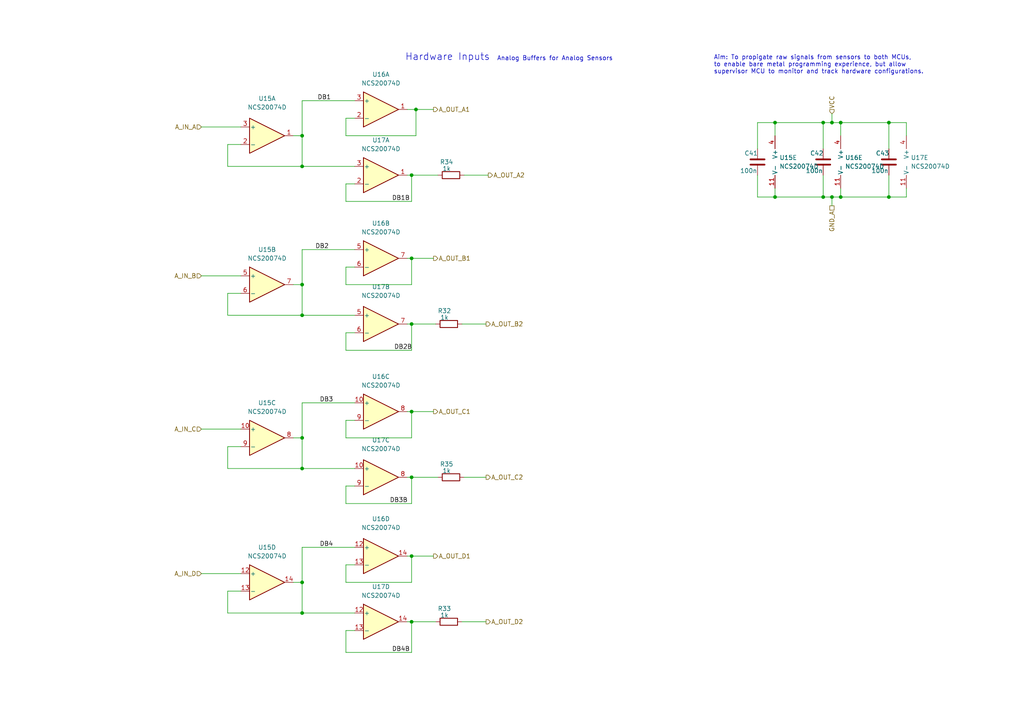
<source format=kicad_sch>
(kicad_sch (version 20230121) (generator eeschema)
  (paper "A4")
  (lib_symbols
    (symbol "000_Capacitor_Film_Immo:cap_film_0805" (pin_numbers hide) (pin_names (offset 0.254))
      (property "Reference" "C" (at 0.635 2.54 0))
      (property "Value" "cap_film_0805" (at 0.635 -2.54 0))
      (symbol "cap_film_0805_0_1"
        (polyline (pts (xy -2.032 -0.762) (xy 2.032 -0.762)) (stroke (width 0.508)))
        (polyline (pts (xy -2.032 0.762) (xy 2.032 0.762)) (stroke (width 0.508)))
      )
      (symbol "cap_film_0805_1_1"
        (pin passive line (at 0 3.81 270) (length 2.794) (name "~") (number "1"))
        (pin passive line (at 0 -3.81 90) (length 2.794) (name "~") (number "2"))
      )
    )
    (symbol "000_Resistors_Immo:Resistor_0805" (pin_numbers hide) (pin_names (offset 0))
      (property "Reference" "R?" (at -2.54 3.81 0))
      (property "Value" "Resistor_0805" (at -5.08 2.54 0))
      (symbol "Resistor_0805_0_1"
        (rectangle (start 2.54 -1.016) (end -2.54 1.016) (stroke (width 0.254)))
      )
      (symbol "Resistor_0805_1_1"
        (pin passive line (at -3.81 0 0) (length 1.27) (name "~") (number "1"))
        (pin passive line (at 3.81 0 180) (length 1.27) (name "~") (number "2"))
      )
    )
    (symbol "Amplifier_Operational:NCS20074D" (pin_names (offset 0.127))
      (property "Reference" "U" (at 2.54 6.35 0))
      (property "Value" "NCS20074D" (at 2.54 3.81 0))
      (symbol "NCS20074D_1_1"
        (polyline (pts (xy 5.08 0) (xy -5.08 5.08) (xy -5.08 -5.08) (xy 5.08 0)) (stroke (width 0.254)) (fill (type background)))
        (pin output line (at 7.62 0 180) (length 2.54) (name "~") (number "1"))
        (pin input line (at -7.62 -2.54 0) (length 2.54) (name "-") (number "2"))
        (pin input line (at -7.62 2.54 0) (length 2.54) (name "+") (number "3"))
      )
      (symbol "NCS20074D_2_1"
        (polyline (pts (xy -5.08 5.08) (xy -5.08 -5.08) (xy 5.08 0) (xy -5.08 5.08)) (stroke (width 0.254)) (fill (type background)))
        (pin input line (at -7.62 2.54 0) (length 2.54) (name "+") (number "5"))
        (pin input line (at -7.62 -2.54 0) (length 2.54) (name "-") (number "6"))
        (pin output line (at 7.62 0 180) (length 2.54) (name "~") (number "7"))
      )
      (symbol "NCS20074D_3_1"
        (polyline (pts (xy 5.08 0) (xy -5.08 5.08) (xy -5.08 -5.08) (xy 5.08 0)) (stroke (width 0.254)) (fill (type background)))
        (pin input line (at -7.62 2.54 0) (length 2.54) (name "+") (number "10"))
        (pin output line (at 7.62 0 180) (length 2.54) (name "~") (number "8"))
        (pin input line (at -7.62 -2.54 0) (length 2.54) (name "-") (number "9"))
      )
      (symbol "NCS20074D_4_1"
        (polyline (pts (xy -5.08 5.08) (xy 5.08 0) (xy -5.08 -5.08) (xy -5.08 5.08)) (stroke (width 0.254)) (fill (type background)))
        (pin input line (at -7.62 2.54 0) (length 2.54) (name "+") (number "12"))
        (pin input line (at -7.62 -2.54 0) (length 2.54) (name "-") (number "13"))
        (pin output line (at 7.62 0 180) (length 2.54) (name "~") (number "14"))
      )
      (symbol "NCS20074D_5_1"
        (pin power_in line (at 0 -7.62 90) (length 3.81) (name "V-") (number "11"))
        (pin power_in line (at 0 7.62 270) (length 3.81) (name "V+") (number "4"))
      )
    )
  )
  (junction (at 119.38 161.29))
  (junction (at 87.63 82.55))
  (junction (at 243.84 57.15))
  (junction (at 119.38 180.34))
  (junction (at 119.38 50.8))
  (junction (at 119.38 93.98))
  (junction (at 87.63 39.37))
  (junction (at 119.38 119.38))
  (junction (at 238.76 35.56))
  (junction (at 257.81 35.56))
  (junction (at 257.81 57.15))
  (junction (at 119.38 74.93))
  (junction (at 87.63 48.26))
  (junction (at 87.63 168.91))
  (junction (at 224.79 57.15))
  (junction (at 224.79 35.56))
  (junction (at 120.65 31.75))
  (junction (at 241.3 35.56))
  (junction (at 238.76 57.15))
  (junction (at 87.63 127))
  (junction (at 87.63 177.8))
  (junction (at 243.84 35.56))
  (junction (at 87.63 91.44))
  (junction (at 87.63 135.89))
  (junction (at 241.3 57.15))
  (junction (at 119.38 138.43))
  (wire (pts (xy 87.63 48.26) (xy 102.87 48.26)))
  (wire (pts (xy 257.81 35.56) (xy 257.81 43.18)))
  (wire (pts (xy 100.33 163.83) (xy 100.33 168.91)))
  (wire (pts (xy 87.63 158.75) (xy 102.87 158.75)))
  (wire (pts (xy 120.65 31.75) (xy 118.11 31.75)))
  (wire (pts (xy 119.38 101.6) (xy 119.38 93.98)))
  (wire (pts (xy 87.63 168.91) (xy 87.63 158.75)))
  (wire (pts (xy 58.42 166.37) (xy 69.85 166.37)))
  (wire (pts (xy 120.65 39.37) (xy 120.65 31.75)))
  (wire (pts (xy 100.33 77.47) (xy 100.33 82.55)))
  (wire (pts (xy 119.38 93.98) (xy 118.11 93.98)))
  (wire (pts (xy 119.38 74.93) (xy 125.73 74.93)))
  (wire (pts (xy 238.76 35.56) (xy 238.76 43.18)))
  (wire (pts (xy 219.71 35.56) (xy 219.71 43.18)))
  (wire (pts (xy 87.63 29.21) (xy 102.87 29.21)))
  (wire (pts (xy 118.11 180.34) (xy 119.38 180.34)))
  (wire (pts (xy 243.84 35.56) (xy 257.81 35.56)))
  (wire (pts (xy 87.63 39.37) (xy 87.63 48.26)))
  (wire (pts (xy 118.11 74.93) (xy 119.38 74.93)))
  (wire (pts (xy 238.76 57.15) (xy 241.3 57.15)))
  (wire (pts (xy 119.38 168.91) (xy 119.38 161.29)))
  (wire (pts (xy 87.63 72.39) (xy 102.87 72.39)))
  (wire (pts (xy 100.33 34.29) (xy 100.33 39.37)))
  (wire (pts (xy 66.04 41.91) (xy 66.04 48.26)))
  (wire (pts (xy 85.09 39.37) (xy 87.63 39.37)))
  (wire (pts (xy 134.62 50.8) (xy 141.605 50.8)))
  (wire (pts (xy 262.89 54.61) (xy 262.89 57.15)))
  (wire (pts (xy 102.87 163.83) (xy 100.33 163.83)))
  (wire (pts (xy 119.38 161.29) (xy 125.73 161.29)))
  (wire (pts (xy 66.04 135.89) (xy 87.63 135.89)))
  (wire (pts (xy 224.79 57.15) (xy 219.71 57.15)))
  (wire (pts (xy 224.79 35.56) (xy 219.71 35.56)))
  (wire (pts (xy 85.09 82.55) (xy 87.63 82.55)))
  (wire (pts (xy 118.11 161.29) (xy 119.38 161.29)))
  (wire (pts (xy 69.85 171.45) (xy 66.04 171.45)))
  (wire (pts (xy 224.79 35.56) (xy 224.79 39.37)))
  (wire (pts (xy 100.33 140.97) (xy 100.33 146.05)))
  (wire (pts (xy 119.38 119.38) (xy 118.11 119.38)))
  (wire (pts (xy 100.33 121.92) (xy 100.33 127)))
  (wire (pts (xy 134.62 138.43) (xy 140.97 138.43)))
  (wire (pts (xy 100.33 140.97) (xy 102.87 140.97)))
  (wire (pts (xy 69.85 85.09) (xy 66.04 85.09)))
  (wire (pts (xy 224.79 35.56) (xy 238.76 35.56)))
  (wire (pts (xy 119.38 82.55) (xy 119.38 74.93)))
  (wire (pts (xy 100.33 189.23) (xy 119.38 189.23)))
  (wire (pts (xy 133.985 180.34) (xy 140.97 180.34)))
  (wire (pts (xy 257.81 35.56) (xy 262.89 35.56)))
  (wire (pts (xy 238.76 50.8) (xy 238.76 57.15)))
  (wire (pts (xy 102.87 77.47) (xy 100.33 77.47)))
  (wire (pts (xy 120.65 31.75) (xy 125.73 31.75)))
  (wire (pts (xy 87.63 91.44) (xy 87.63 82.55)))
  (wire (pts (xy 87.63 177.8) (xy 102.87 177.8)))
  (wire (pts (xy 66.04 85.09) (xy 66.04 91.44)))
  (wire (pts (xy 85.09 127) (xy 87.63 127)))
  (wire (pts (xy 100.33 96.52) (xy 102.87 96.52)))
  (wire (pts (xy 66.04 129.54) (xy 66.04 135.89)))
  (wire (pts (xy 100.33 82.55) (xy 119.38 82.55)))
  (wire (pts (xy 69.85 41.91) (xy 66.04 41.91)))
  (wire (pts (xy 257.81 50.8) (xy 257.81 57.15)))
  (wire (pts (xy 241.3 57.15) (xy 241.3 59.69)))
  (wire (pts (xy 102.87 34.29) (xy 100.33 34.29)))
  (wire (pts (xy 119.38 119.38) (xy 125.73 119.38)))
  (wire (pts (xy 119.38 50.8) (xy 127 50.8)))
  (wire (pts (xy 100.33 101.6) (xy 119.38 101.6)))
  (wire (pts (xy 66.04 48.26) (xy 87.63 48.26)))
  (wire (pts (xy 241.3 35.56) (xy 238.76 35.56)))
  (wire (pts (xy 100.33 127) (xy 119.38 127)))
  (wire (pts (xy 58.42 36.83) (xy 69.85 36.83)))
  (wire (pts (xy 243.84 35.56) (xy 243.84 39.37)))
  (wire (pts (xy 100.33 146.05) (xy 119.38 146.05)))
  (wire (pts (xy 241.3 33.02) (xy 241.3 35.56)))
  (wire (pts (xy 58.42 124.46) (xy 69.85 124.46)))
  (wire (pts (xy 119.38 127) (xy 119.38 119.38)))
  (wire (pts (xy 224.79 57.15) (xy 238.76 57.15)))
  (wire (pts (xy 243.84 54.61) (xy 243.84 57.15)))
  (wire (pts (xy 87.63 116.84) (xy 102.87 116.84)))
  (wire (pts (xy 87.63 82.55) (xy 87.63 72.39)))
  (wire (pts (xy 119.38 138.43) (xy 119.38 146.05)))
  (wire (pts (xy 85.09 168.91) (xy 87.63 168.91)))
  (wire (pts (xy 119.38 93.98) (xy 126.365 93.98)))
  (wire (pts (xy 127 138.43) (xy 119.38 138.43)))
  (wire (pts (xy 102.87 53.34) (xy 100.33 53.34)))
  (wire (pts (xy 119.38 58.42) (xy 119.38 50.8)))
  (wire (pts (xy 133.985 93.98) (xy 140.97 93.98)))
  (wire (pts (xy 243.84 57.15) (xy 257.81 57.15)))
  (wire (pts (xy 100.33 53.34) (xy 100.33 58.42)))
  (wire (pts (xy 257.81 57.15) (xy 262.89 57.15)))
  (wire (pts (xy 100.33 121.92) (xy 102.87 121.92)))
  (wire (pts (xy 66.04 91.44) (xy 87.63 91.44)))
  (wire (pts (xy 100.33 168.91) (xy 119.38 168.91)))
  (wire (pts (xy 58.42 80.01) (xy 69.85 80.01)))
  (wire (pts (xy 66.04 177.8) (xy 87.63 177.8)))
  (wire (pts (xy 100.33 96.52) (xy 100.33 101.6)))
  (wire (pts (xy 87.63 29.21) (xy 87.63 39.37)))
  (wire (pts (xy 100.33 182.88) (xy 100.33 189.23)))
  (wire (pts (xy 119.38 189.23) (xy 119.38 180.34)))
  (wire (pts (xy 87.63 135.89) (xy 102.87 135.89)))
  (wire (pts (xy 87.63 168.91) (xy 87.63 177.8)))
  (wire (pts (xy 224.79 54.61) (xy 224.79 57.15)))
  (wire (pts (xy 66.04 171.45) (xy 66.04 177.8)))
  (wire (pts (xy 87.63 135.89) (xy 87.63 127)))
  (wire (pts (xy 241.3 57.15) (xy 243.84 57.15)))
  (wire (pts (xy 100.33 58.42) (xy 119.38 58.42)))
  (wire (pts (xy 243.84 35.56) (xy 241.3 35.56)))
  (wire (pts (xy 102.87 182.88) (xy 100.33 182.88)))
  (wire (pts (xy 87.63 91.44) (xy 102.87 91.44)))
  (wire (pts (xy 262.89 35.56) (xy 262.89 39.37)))
  (wire (pts (xy 118.11 138.43) (xy 119.38 138.43)))
  (wire (pts (xy 100.33 39.37) (xy 120.65 39.37)))
  (wire (pts (xy 119.38 180.34) (xy 126.365 180.34)))
  (wire (pts (xy 118.11 50.8) (xy 119.38 50.8)))
  (wire (pts (xy 66.04 129.54) (xy 69.85 129.54)))
  (wire (pts (xy 87.63 116.84) (xy 87.63 127)))
  (wire (pts (xy 219.71 50.8) (xy 219.71 57.15)))
  (text "Hardware Inputs" (at 117.475 17.78 0) (effects (font (size 2 2)) (justify left bottom)))
  (text "Analog Buffers for Analog Sensors" (at 144.145 17.78 0) (effects (font (size 1.27 1.27)) (justify left bottom)))
  (text "Aim: To propigate raw signals from sensors to both MCUs, \nto enable bare metal programming experience, but allow\nsupervisor MCU to monitor and track hardware configurations." (at 207.01 21.59 0) (effects (font (size 1.27 1.27)) (justify left bottom)))
  (label "DB1B" (at 113.665 58.42 0))
  (label "DB4" (at 92.71 158.75 0))
  (label "DB2" (at 91.44 72.39 0))
  (label "DB3" (at 92.71 116.84 0))
  (label "DB3B" (at 113.03 146.05 0))
  (label "DB2B" (at 114.3 101.6 0))
  (label "DB4B" (at 113.665 189.23 0))
  (label "DB1" (at 92.075 29.21 0))
  (hierarchical_label "VCC" (shape input) (at 241.3 33.02 90))
  (hierarchical_label "A_OUT_A2" (shape output) (at 141.605 50.8 0))
  (hierarchical_label "A_OUT_C1" (shape output) (at 125.73 119.38 0))
  (hierarchical_label "A_IN_D" (shape input) (at 58.42 166.37 180))
  (hierarchical_label "A_OUT_D2" (shape output) (at 140.97 180.34 0))
  (hierarchical_label "GND_A" (shape passive) (at 241.3 59.69 270))
  (hierarchical_label "A_OUT_B1" (shape output) (at 125.73 74.93 0))
  (hierarchical_label "A_OUT_A1" (shape output) (at 125.73 31.75 0))
  (hierarchical_label "A_IN_B" (shape input) (at 58.42 80.01 180))
  (hierarchical_label "A_IN_A" (shape input) (at 58.42 36.83 180))
  (hierarchical_label "A_IN_C" (shape input) (at 58.42 124.46 180))
  (hierarchical_label "A_OUT_D1" (shape output) (at 125.73 161.29 0))
  (hierarchical_label "A_OUT_C2" (shape output) (at 140.97 138.43 0))
  (hierarchical_label "A_OUT_B2" (shape output) (at 140.97 93.98 0))
  (symbol (lib_id "Amplifier_Operational:NCS20074D") (at 77.47 82.55 0) (unit 2)
    (property "Reference" "U15" (at 77.47 72.39 0))
    (property "Value" "NCS20074D" (at 77.47 74.93 0))
    (property "Footprint" "Package_SO:SOIC-14_3.9x8.7mm_P1.27mm" (effects hide))
    (property "Datasheet" "https://www.onsemi.com/pub/Collateral/NCS20071-D.PDF" (effects hide))
  )
  (symbol (lib_id "000_Capacitor_Film_Immo:cap_film_0805") (at 238.76 46.99 0) (unit 1)
    (property "Reference" "C42" (at 234.95 44.45 0) (effects (justify left)))
    (property "Value" "100n" (at 233.68 49.53 0) (effects (justify left)))
    (property "Footprint" "Capacitor_SMD:C_0805_2012Metric_Pad1.18x1.45mm_HandSolder" (effects hide))
  )
  (symbol (lib_id "000_Capacitor_Film_Immo:cap_film_0805") (at 219.71 46.99 0) (unit 1)
    (property "Reference" "C41" (at 215.9 44.45 0) (effects (justify left)))
    (property "Value" "100n" (at 214.63 49.53 0) (effects (justify left)))
    (property "Footprint" "Capacitor_SMD:C_0805_2012Metric_Pad1.18x1.45mm_HandSolder" (effects hide))
  )
  (symbol (lib_id "Amplifier_Operational:NCS20074D") (at 243.84 46.99 0) (unit 5)
    (property "Reference" "U16" (at 245.11 45.7199 0) (effects (justify left)))
    (property "Value" "NCS20074D" (at 245.11 48.2599 0) (effects (justify left)))
    (property "Footprint" "Package_SO:SOIC-14_3.9x8.7mm_P1.27mm" (effects hide))
    (property "Datasheet" "https://www.onsemi.com/pub/Collateral/NCS20071-D.PDF" (effects hide))
  )
  (symbol (lib_id "Amplifier_Operational:NCS20074D") (at 110.49 161.29 0) (unit 4)
    (property "Reference" "U16" (at 110.49 150.495 0))
    (property "Value" "NCS20074D" (at 110.49 153.035 0))
    (property "Footprint" "Package_SO:SOIC-14_3.9x8.7mm_P1.27mm" (effects hide))
    (property "Datasheet" "https://www.onsemi.com/pub/Collateral/NCS20071-D.PDF" (effects hide))
  )
  (symbol (lib_id "Amplifier_Operational:NCS20074D") (at 110.49 93.98 0) (unit 2)
    (property "Reference" "U17" (at 110.49 83.185 0))
    (property "Value" "NCS20074D" (at 110.49 85.725 0))
    (property "Footprint" "Package_SO:SOIC-14_3.9x8.7mm_P1.27mm" (effects hide))
    (property "Datasheet" "https://www.onsemi.com/pub/Collateral/NCS20071-D.PDF" (effects hide))
  )
  (symbol (lib_id "Amplifier_Operational:NCS20074D") (at 77.47 39.37 0) (unit 1)
    (property "Reference" "U15" (at 77.47 28.575 0))
    (property "Value" "NCS20074D" (at 77.47 31.115 0))
    (property "Footprint" "Package_SO:SOIC-14_3.9x8.7mm_P1.27mm" (effects hide))
    (property "Datasheet" "https://www.onsemi.com/pub/Collateral/NCS20071-D.PDF" (effects hide))
  )
  (symbol (lib_id "Amplifier_Operational:NCS20074D") (at 77.47 127 0) (unit 3)
    (property "Reference" "U15" (at 77.47 116.84 0))
    (property "Value" "NCS20074D" (at 77.47 119.38 0))
    (property "Footprint" "Package_SO:SOIC-14_3.9x8.7mm_P1.27mm" (effects hide))
    (property "Datasheet" "https://www.onsemi.com/pub/Collateral/NCS20071-D.PDF" (effects hide))
  )
  (symbol (lib_id "000_Resistors_Immo:Resistor_0805") (at 130.175 93.98 180) (unit 1)
    (property "Reference" "R32" (at 128.905 90.17 0))
    (property "Value" "1k" (at 128.905 92.075 0))
    (property "Footprint" "Resistor_SMD:R_0805_2012Metric_Pad1.20x1.40mm_HandSolder" (effects hide))
  )
  (symbol (lib_id "000_Resistors_Immo:Resistor_0805") (at 130.81 50.8 180) (unit 1)
    (property "Reference" "R34" (at 129.54 46.99 0))
    (property "Value" "1k" (at 129.54 48.895 0))
    (property "Footprint" "Resistor_SMD:R_0805_2012Metric_Pad1.20x1.40mm_HandSolder" (effects hide))
  )
  (symbol (lib_id "Amplifier_Operational:NCS20074D") (at 110.49 180.34 0) (unit 4)
    (property "Reference" "U17" (at 110.49 170.18 0))
    (property "Value" "NCS20074D" (at 110.49 172.72 0))
    (property "Footprint" "Package_SO:SOIC-14_3.9x8.7mm_P1.27mm" (effects hide))
    (property "Datasheet" "https://www.onsemi.com/pub/Collateral/NCS20071-D.PDF" (effects hide))
  )
  (symbol (lib_id "Amplifier_Operational:NCS20074D") (at 110.49 31.75 0) (unit 1)
    (property "Reference" "U16" (at 110.49 21.59 0))
    (property "Value" "NCS20074D" (at 110.49 24.13 0))
    (property "Footprint" "Package_SO:SOIC-14_3.9x8.7mm_P1.27mm" (effects hide))
    (property "Datasheet" "https://www.onsemi.com/pub/Collateral/NCS20071-D.PDF" (effects hide))
  )
  (symbol (lib_id "Amplifier_Operational:NCS20074D") (at 110.49 119.38 0) (unit 3)
    (property "Reference" "U16" (at 110.49 109.22 0))
    (property "Value" "NCS20074D" (at 110.49 111.76 0))
    (property "Footprint" "Package_SO:SOIC-14_3.9x8.7mm_P1.27mm" (effects hide))
    (property "Datasheet" "https://www.onsemi.com/pub/Collateral/NCS20071-D.PDF" (effects hide))
  )
  (symbol (lib_id "000_Capacitor_Film_Immo:cap_film_0805") (at 257.81 46.99 0) (unit 1)
    (property "Reference" "C43" (at 254 44.45 0) (effects (justify left)))
    (property "Value" "100n" (at 252.73 49.53 0) (effects (justify left)))
    (property "Footprint" "Capacitor_SMD:C_0805_2012Metric_Pad1.18x1.45mm_HandSolder" (effects hide))
  )
  (symbol (lib_id "Amplifier_Operational:NCS20074D") (at 110.49 74.93 0) (unit 2)
    (property "Reference" "U16" (at 110.49 64.77 0))
    (property "Value" "NCS20074D" (at 110.49 67.31 0))
    (property "Footprint" "Package_SO:SOIC-14_3.9x8.7mm_P1.27mm" (effects hide))
    (property "Datasheet" "https://www.onsemi.com/pub/Collateral/NCS20071-D.PDF" (effects hide))
  )
  (symbol (lib_id "Amplifier_Operational:NCS20074D") (at 77.47 168.91 0) (unit 4)
    (property "Reference" "U15" (at 77.47 158.75 0))
    (property "Value" "NCS20074D" (at 77.47 161.29 0))
    (property "Footprint" "Package_SO:SOIC-14_3.9x8.7mm_P1.27mm" (effects hide))
    (property "Datasheet" "https://www.onsemi.com/pub/Collateral/NCS20071-D.PDF" (effects hide))
  )
  (symbol (lib_id "Amplifier_Operational:NCS20074D") (at 224.79 46.99 0) (unit 5)
    (property "Reference" "U15" (at 226.06 45.7199 0) (effects (justify left)))
    (property "Value" "NCS20074D" (at 226.06 48.2599 0) (effects (justify left)))
    (property "Footprint" "Package_SO:SOIC-14_3.9x8.7mm_P1.27mm" (effects hide))
    (property "Datasheet" "https://www.onsemi.com/pub/Collateral/NCS20071-D.PDF" (effects hide))
  )
  (symbol (lib_id "Amplifier_Operational:NCS20074D") (at 110.49 138.43 0) (unit 3)
    (property "Reference" "U17" (at 110.49 127.635 0))
    (property "Value" "NCS20074D" (at 110.49 130.175 0))
    (property "Footprint" "Package_SO:SOIC-14_3.9x8.7mm_P1.27mm" (effects hide))
    (property "Datasheet" "https://www.onsemi.com/pub/Collateral/NCS20071-D.PDF" (effects hide))
  )
  (symbol (lib_id "Amplifier_Operational:NCS20074D") (at 262.89 46.99 0) (unit 5)
    (property "Reference" "U17" (at 264.16 45.7199 0) (effects (justify left)))
    (property "Value" "NCS20074D" (at 264.16 48.2599 0) (effects (justify left)))
    (property "Footprint" "Package_SO:SOIC-14_3.9x8.7mm_P1.27mm" (effects hide))
    (property "Datasheet" "https://www.onsemi.com/pub/Collateral/NCS20071-D.PDF" (effects hide))
  )
  (symbol (lib_id "000_Resistors_Immo:Resistor_0805") (at 130.175 180.34 180) (unit 1)
    (property "Reference" "R33" (at 128.905 176.53 0))
    (property "Value" "1k" (at 128.905 178.435 0))
    (property "Footprint" "Resistor_SMD:R_0805_2012Metric_Pad1.20x1.40mm_HandSolder" (effects hide))
  )
  (symbol (lib_id "000_Resistors_Immo:Resistor_0805") (at 130.81 138.43 180) (unit 1)
    (property "Reference" "R35" (at 129.54 134.62 0))
    (property "Value" "1k" (at 129.54 136.525 0))
    (property "Footprint" "Resistor_SMD:R_0805_2012Metric_Pad1.20x1.40mm_HandSolder" (effects hide))
  )
  (symbol (lib_id "Amplifier_Operational:NCS20074D") (at 110.49 50.8 0) (unit 1)
    (property "Reference" "U17" (at 110.49 40.64 0))
    (property "Value" "NCS20074D" (at 110.49 43.18 0))
    (property "Footprint" "Package_SO:SOIC-14_3.9x8.7mm_P1.27mm" (effects hide))
    (property "Datasheet" "https://www.onsemi.com/pub/Collateral/NCS20071-D.PDF" (effects hide))
  )
)
</source>
